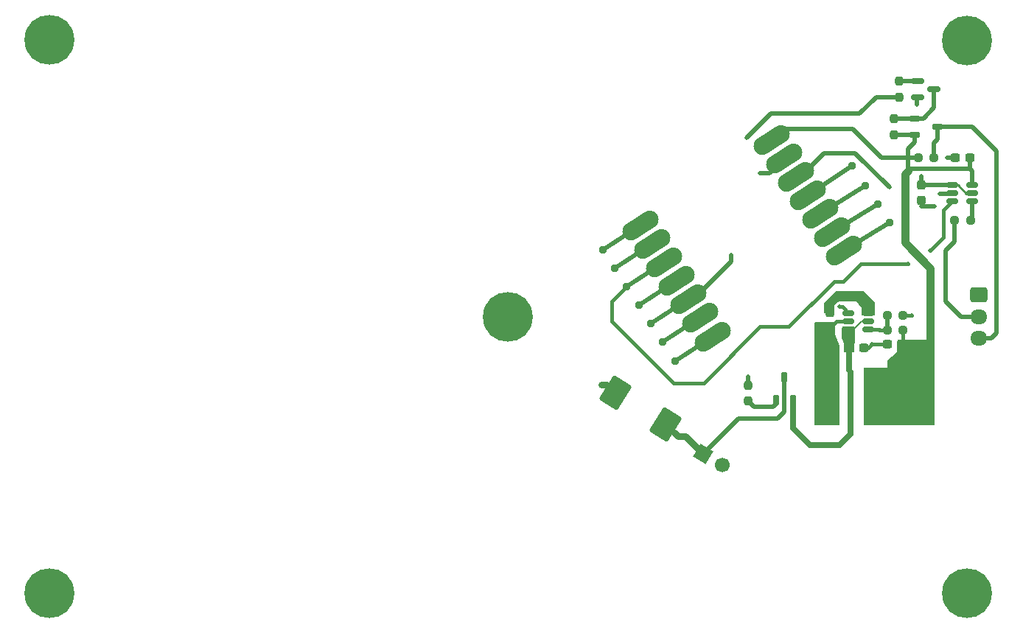
<source format=gbr>
%TF.GenerationSoftware,KiCad,Pcbnew,8.0.5*%
%TF.CreationDate,2025-03-21T14:04:30-04:00*%
%TF.ProjectId,rv_light,72765f6c-6967-4687-942e-6b696361645f,rev?*%
%TF.SameCoordinates,Original*%
%TF.FileFunction,Copper,L1,Top*%
%TF.FilePolarity,Positive*%
%FSLAX46Y46*%
G04 Gerber Fmt 4.6, Leading zero omitted, Abs format (unit mm)*
G04 Created by KiCad (PCBNEW 8.0.5) date 2025-03-21 14:04:30*
%MOMM*%
%LPD*%
G01*
G04 APERTURE LIST*
G04 Aperture macros list*
%AMRoundRect*
0 Rectangle with rounded corners*
0 $1 Rounding radius*
0 $2 $3 $4 $5 $6 $7 $8 $9 X,Y pos of 4 corners*
0 Add a 4 corners polygon primitive as box body*
4,1,4,$2,$3,$4,$5,$6,$7,$8,$9,$2,$3,0*
0 Add four circle primitives for the rounded corners*
1,1,$1+$1,$2,$3*
1,1,$1+$1,$4,$5*
1,1,$1+$1,$6,$7*
1,1,$1+$1,$8,$9*
0 Add four rect primitives between the rounded corners*
20,1,$1+$1,$2,$3,$4,$5,0*
20,1,$1+$1,$4,$5,$6,$7,0*
20,1,$1+$1,$6,$7,$8,$9,0*
20,1,$1+$1,$8,$9,$2,$3,0*%
%AMHorizOval*
0 Thick line with rounded ends*
0 $1 width*
0 $2 $3 position (X,Y) of the first rounded end (center of the circle)*
0 $4 $5 position (X,Y) of the second rounded end (center of the circle)*
0 Add line between two ends*
20,1,$1,$2,$3,$4,$5,0*
0 Add two circle primitives to create the rounded ends*
1,1,$1,$2,$3*
1,1,$1,$4,$5*%
%AMRotRect*
0 Rectangle, with rotation*
0 The origin of the aperture is its center*
0 $1 length*
0 $2 width*
0 $3 Rotation angle, in degrees counterclockwise*
0 Add horizontal line*
21,1,$1,$2,0,0,$3*%
G04 Aperture macros list end*
%TA.AperFunction,SMDPad,CuDef*%
%ADD10RoundRect,0.250000X0.106161X-1.717187X1.589935X0.657348X-0.106161X1.717187X-1.589935X-0.657348X0*%
%TD*%
%TA.AperFunction,SMDPad,CuDef*%
%ADD11R,2.850000X6.600000*%
%TD*%
%TA.AperFunction,SMDPad,CuDef*%
%ADD12RoundRect,0.237500X0.237500X-0.250000X0.237500X0.250000X-0.237500X0.250000X-0.237500X-0.250000X0*%
%TD*%
%TA.AperFunction,SMDPad,CuDef*%
%ADD13RoundRect,0.237500X0.250000X0.237500X-0.250000X0.237500X-0.250000X-0.237500X0.250000X-0.237500X0*%
%TD*%
%TA.AperFunction,SMDPad,CuDef*%
%ADD14RoundRect,0.237500X0.300000X0.237500X-0.300000X0.237500X-0.300000X-0.237500X0.300000X-0.237500X0*%
%TD*%
%TA.AperFunction,SMDPad,CuDef*%
%ADD15RoundRect,0.237500X-0.237500X0.300000X-0.237500X-0.300000X0.237500X-0.300000X0.237500X0.300000X0*%
%TD*%
%TA.AperFunction,SMDPad,CuDef*%
%ADD16RoundRect,0.237500X-0.300000X-0.237500X0.300000X-0.237500X0.300000X0.237500X-0.300000X0.237500X0*%
%TD*%
%TA.AperFunction,SMDPad,CuDef*%
%ADD17RoundRect,0.162500X0.162500X-0.447500X0.162500X0.447500X-0.162500X0.447500X-0.162500X-0.447500X0*%
%TD*%
%TA.AperFunction,SMDPad,CuDef*%
%ADD18RoundRect,0.162500X-0.447500X-0.162500X0.447500X-0.162500X0.447500X0.162500X-0.447500X0.162500X0*%
%TD*%
%TA.AperFunction,ComponentPad*%
%ADD19C,0.939800*%
%TD*%
%TA.AperFunction,ComponentPad*%
%ADD20C,5.715000*%
%TD*%
%TA.AperFunction,SMDPad,CuDef*%
%ADD21RoundRect,0.150000X-0.512500X-0.150000X0.512500X-0.150000X0.512500X0.150000X-0.512500X0.150000X0*%
%TD*%
%TA.AperFunction,WasherPad*%
%ADD22C,5.715000*%
%TD*%
%TA.AperFunction,ComponentPad*%
%ADD23RotRect,1.700000X1.700000X59.000000*%
%TD*%
%TA.AperFunction,ComponentPad*%
%ADD24HorizOval,1.700000X0.000000X0.000000X0.000000X0.000000X0*%
%TD*%
%TA.AperFunction,ComponentPad*%
%ADD25RoundRect,0.250000X-0.725000X0.600000X-0.725000X-0.600000X0.725000X-0.600000X0.725000X0.600000X0*%
%TD*%
%TA.AperFunction,ComponentPad*%
%ADD26O,1.950000X1.700000*%
%TD*%
%TA.AperFunction,SMDPad,CuDef*%
%ADD27RoundRect,1.016000X-1.065106X-0.691700X1.065117X0.691683X1.065106X0.691700X-1.065117X-0.691683X0*%
%TD*%
%TA.AperFunction,SMDPad,CuDef*%
%ADD28RoundRect,0.237500X-0.250000X-0.237500X0.250000X-0.237500X0.250000X0.237500X-0.250000X0.237500X0*%
%TD*%
%TA.AperFunction,SMDPad,CuDef*%
%ADD29RoundRect,0.237500X0.237500X-0.300000X0.237500X0.300000X-0.237500X0.300000X-0.237500X-0.300000X0*%
%TD*%
%TA.AperFunction,SMDPad,CuDef*%
%ADD30RoundRect,0.150000X-0.587500X-0.150000X0.587500X-0.150000X0.587500X0.150000X-0.587500X0.150000X0*%
%TD*%
%TA.AperFunction,ViaPad*%
%ADD31C,0.508000*%
%TD*%
%TA.AperFunction,Conductor*%
%ADD32C,0.381000*%
%TD*%
%TA.AperFunction,Conductor*%
%ADD33C,0.508000*%
%TD*%
%TA.AperFunction,Conductor*%
%ADD34C,0.762000*%
%TD*%
%TA.AperFunction,Conductor*%
%ADD35C,0.635000*%
%TD*%
%TA.AperFunction,Conductor*%
%ADD36C,0.889000*%
%TD*%
%TA.AperFunction,Conductor*%
%ADD37C,0.254000*%
%TD*%
%TA.AperFunction,Conductor*%
%ADD38C,0.152400*%
%TD*%
G04 APERTURE END LIST*
D10*
%TO.P,D26,1,A1*%
%TO.N,GND*%
X13626636Y19200725D03*
%TO.P,D26,2,A2*%
%TO.N,+12V*%
X19393364Y15597275D03*
%TD*%
D11*
%TO.P,L1,2,2*%
%TO.N,+5V*%
X43592000Y18796000D03*
%TO.P,L1,1,1*%
%TO.N,Net-(U1-SW)*%
X37942000Y18796000D03*
%TD*%
D12*
%TO.P,R8,1*%
%TO.N,LED_ENABLE*%
X46228000Y53189500D03*
%TO.P,R8,2*%
%TO.N,Net-(Q5-B)*%
X46228000Y55014500D03*
%TD*%
D13*
%TO.P,R6,1*%
%TO.N,LED_DATA_5V*%
X54379500Y38989000D03*
%TO.P,R6,2*%
%TO.N,Net-(J4-Pin_2)*%
X52554500Y38989000D03*
%TD*%
D12*
%TO.P,R4,1*%
%TO.N,+5V*%
X45593000Y48871500D03*
%TO.P,R4,2*%
%TO.N,Net-(Q3-G)*%
X45593000Y50696500D03*
%TD*%
D13*
%TO.P,R3,1*%
%TO.N,5V_LED*%
X50188500Y46228000D03*
%TO.P,R3,2*%
%TO.N,+5V*%
X48363500Y46228000D03*
%TD*%
D12*
%TO.P,R1,1*%
%TO.N,Net-(Q1-G)*%
X28829000Y18264500D03*
%TO.P,R1,2*%
%TO.N,GND*%
X28829000Y20089500D03*
%TD*%
D14*
%TO.P,C5,1*%
%TO.N,+5V*%
X46582500Y24765000D03*
%TO.P,C5,2*%
%TO.N,GND*%
X44857500Y24765000D03*
%TD*%
%TO.P,C4,1*%
%TO.N,+5V*%
X54329500Y46228000D03*
%TO.P,C4,2*%
%TO.N,GND*%
X52604500Y46228000D03*
%TD*%
D15*
%TO.P,C3,1*%
%TO.N,+3.3V*%
X48768000Y43065000D03*
%TO.P,C3,2*%
%TO.N,GND*%
X48768000Y41340000D03*
%TD*%
D16*
%TO.P,C1,1*%
%TO.N,Net-(Q1-S)*%
X40412500Y24384000D03*
%TO.P,C1,2*%
%TO.N,GND*%
X42137500Y24384000D03*
%TD*%
D17*
%TO.P,Q1,1,G*%
%TO.N,Net-(Q1-G)*%
X32070000Y18327782D03*
%TO.P,Q1,2,S*%
%TO.N,Net-(Q1-S)*%
X33970000Y18327782D03*
%TO.P,Q1,3,D*%
%TO.N,+12V*%
X33020000Y20947782D03*
%TD*%
D18*
%TO.P,Q3,1,G*%
%TO.N,Net-(Q3-G)*%
X47966000Y50734000D03*
%TO.P,Q3,2,S*%
%TO.N,+5V*%
X47966000Y48834000D03*
%TO.P,Q3,3,D*%
%TO.N,5V_LED*%
X50586000Y49784000D03*
%TD*%
D19*
%TO.P,TP11,1,1*%
%TO.N,Net-(U2-PA4_A1_D1)*%
X13517191Y33528060D03*
%TD*%
%TO.P,TP10,1,1*%
%TO.N,LED_DATA_3.3V*%
X14900577Y31397847D03*
%TD*%
%TO.P,TP9,1,1*%
%TO.N,Net-(U2-PB09_A7_D7_RX)*%
X45085000Y38735000D03*
%TD*%
%TO.P,TP8,1,1*%
%TO.N,Net-(U2-PA7_A8_D8_SCK)*%
X43711202Y40850464D03*
%TD*%
%TO.P,TP7,1,1*%
%TO.N,Net-(U2-PA5_A9_D9_MISO)*%
X42337405Y42965925D03*
%TD*%
%TO.P,TP6,1,1*%
%TO.N,Net-(U2-PA6_A10_D10_MOSI)*%
X40815685Y45309172D03*
%TD*%
%TO.P,TP5,1,1*%
%TO.N,Net-(U2-PB08_A6_D6_TX)*%
X20434109Y22876942D03*
%TD*%
%TO.P,TP4,1,1*%
%TO.N,Net-(U2-PA9_A5_D5_SCL)*%
X19050720Y25007164D03*
%TD*%
%TO.P,TP3,1,1*%
%TO.N,LED_ENABLE*%
X17667336Y27137396D03*
%TD*%
%TO.P,TP2,1,1*%
%TO.N,Net-(U2-PA11_A3_D3)*%
X16283958Y29267615D03*
%TD*%
%TO.P,TP1,1,1*%
%TO.N,Net-(U2-PA02_A0_D0)*%
X12133810Y35658282D03*
%TD*%
D20*
%TO.P,H3,1,1*%
%TO.N,GND*%
X53972221Y-3809637D03*
%TD*%
%TO.P,H2,1,1*%
%TO.N,GND*%
X53971113Y59698784D03*
%TD*%
D21*
%TO.P,U3,1,V_{CCA}*%
%TO.N,+3.3V*%
X52329500Y43114000D03*
%TO.P,U3,2,GND*%
%TO.N,GND*%
X52329500Y42164000D03*
%TO.P,U3,3,A*%
%TO.N,LED_DATA_3.3V*%
X52329500Y41214000D03*
%TO.P,U3,4,B*%
%TO.N,LED_DATA_5V*%
X54604500Y41214000D03*
%TO.P,U3,5,OE*%
%TO.N,+3.3V*%
X54604500Y42164000D03*
%TO.P,U3,6,V_{CCB}*%
%TO.N,+5V*%
X54604500Y43114000D03*
%TD*%
D22*
%TO.P,H1,*%
%TO.N,*%
X1266105Y27948781D03*
%TD*%
D13*
%TO.P,R2,2*%
%TO.N,Net-(U1-VFB)*%
X44807500Y26416000D03*
%TO.P,R2,1*%
%TO.N,+5V*%
X46632500Y26416000D03*
%TD*%
D20*
%TO.P,H4,1,1*%
%TO.N,GND*%
X-51438898Y-3801227D03*
%TD*%
D23*
%TO.P,J1,1,Pin_1*%
%TO.N,+12V*%
X23672112Y12213677D03*
D24*
%TO.P,J1,2,Pin_2*%
%TO.N,GND*%
X25849317Y10905480D03*
%TD*%
D25*
%TO.P,J4,1,Pin_1*%
%TO.N,GND*%
X55371998Y30440000D03*
D26*
%TO.P,J4,2,Pin_2*%
%TO.N,Net-(J4-Pin_2)*%
X55371998Y27940000D03*
%TO.P,J4,3,Pin_3*%
%TO.N,5V_LED*%
X55371998Y25440000D03*
%TD*%
D20*
%TO.P,H5,1,1*%
%TO.N,GND*%
X-51419685Y59727331D03*
%TD*%
D27*
%TO.P,U2,1,PA02_A0_D0*%
%TO.N,Net-(U2-PA02_A0_D0)*%
X16441438Y38441687D03*
%TO.P,U2,2,PA4_A1_D1*%
%TO.N,Net-(U2-PA4_A1_D1)*%
X17819483Y36319682D03*
%TO.P,U2,3,PA10_A2_D2*%
%TO.N,LED_DATA_3.3V*%
X19202867Y34189459D03*
%TO.P,U2,4,PA11_A3_D3*%
%TO.N,Net-(U2-PA11_A3_D3)*%
X20586250Y32059236D03*
%TO.P,U2,5,PA8_A4_D4_SDA*%
%TO.N,LED_ENABLE*%
X21969633Y29929013D03*
%TO.P,U2,6,PA9_A5_D5_SCL*%
%TO.N,Net-(U2-PA9_A5_D5_SCL)*%
X23353016Y27798789D03*
%TO.P,U2,7,PB08_A6_D6_TX*%
%TO.N,Net-(U2-PB08_A6_D6_TX)*%
X24736399Y25668566D03*
%TO.P,U2,8,PB09_A7_D7_RX*%
%TO.N,Net-(U2-PB09_A7_D7_RX)*%
X39882286Y35504420D03*
%TO.P,U2,9,PA7_A8_D8_SCK*%
%TO.N,Net-(U2-PA7_A8_D8_SCK)*%
X38498903Y37634644D03*
%TO.P,U2,10,PA5_A9_D9_MISO*%
%TO.N,Net-(U2-PA5_A9_D9_MISO)*%
X37115520Y39764867D03*
%TO.P,U2,11,PA6_A10_D10_MOSI*%
%TO.N,Net-(U2-PA6_A10_D10_MOSI)*%
X35732137Y41895090D03*
%TO.P,U2,12,3V3*%
%TO.N,+3.3V*%
X34348754Y44025313D03*
%TO.P,U2,13,GND*%
%TO.N,GND*%
X32965371Y46155537D03*
%TO.P,U2,14,5V*%
%TO.N,+5V*%
X31587325Y48277541D03*
%TD*%
D28*
%TO.P,R5,1*%
%TO.N,Net-(U1-VFB)*%
X44807500Y28067000D03*
%TO.P,R5,2*%
%TO.N,GND*%
X46632500Y28067000D03*
%TD*%
D21*
%TO.P,U1,6,VBST*%
%TO.N,Net-(U1-VBST)*%
X42661000Y28382000D03*
%TO.P,U1,5,EN*%
%TO.N,Net-(Q1-S)*%
X42661000Y27432000D03*
%TO.P,U1,4,VFB*%
%TO.N,Net-(U1-VFB)*%
X42661000Y26482000D03*
%TO.P,U1,3,VIN*%
%TO.N,Net-(Q1-S)*%
X40386000Y26482000D03*
%TO.P,U1,2,SW*%
%TO.N,Net-(U1-SW)*%
X40386000Y27432000D03*
%TO.P,U1,1,GND*%
%TO.N,GND*%
X40386000Y28382000D03*
%TD*%
D29*
%TO.P,C2,2*%
%TO.N,Net-(U1-VBST)*%
X38227000Y28421500D03*
%TO.P,C2,1*%
%TO.N,Net-(U1-SW)*%
X38227000Y26696500D03*
%TD*%
D30*
%TO.P,Q5,1,B*%
%TO.N,Net-(Q5-B)*%
X48338500Y55052000D03*
%TO.P,Q5,2,E*%
%TO.N,GND*%
X48338500Y53152000D03*
%TO.P,Q5,3,C*%
%TO.N,Net-(Q3-G)*%
X50213500Y54102000D03*
%TD*%
D31*
%TO.N,+3.3V*%
X48768000Y44069000D03*
X45085000Y42799000D03*
%TO.N,GND*%
X50292000Y40640000D03*
X28829000Y21082000D03*
X39370000Y29083000D03*
X51689000Y46228000D03*
X48260000Y52324000D03*
X11986412Y20147355D03*
X30226000Y44450000D03*
X50866000Y42098000D03*
X47625000Y28067000D03*
X43026500Y24765000D03*
%TO.N,LED_DATA_3.3V*%
X47244000Y34036000D03*
X49784000Y35560000D03*
%TO.N,LED_ENABLE*%
X28702000Y48514000D03*
X26924000Y35052000D03*
%TD*%
D32*
%TO.N,Net-(U1-SW)*%
X38962500Y27432000D02*
X40386000Y27432000D01*
X38227000Y26696500D02*
X38962500Y27432000D01*
D33*
X38227000Y25400000D02*
X38227000Y26696500D01*
X37973000Y25146000D02*
X38227000Y25400000D01*
X37973000Y18319000D02*
X37973000Y25146000D01*
X37942000Y18288000D02*
X37973000Y18319000D01*
D32*
%TO.N,+5V*%
X46632500Y24815000D02*
X46632500Y26416000D01*
X46582500Y24765000D02*
X46632500Y24815000D01*
%TO.N,GND*%
X47625000Y28067000D02*
X46632500Y28067000D01*
%TO.N,Net-(U1-VFB)*%
X44807500Y26416000D02*
X43942000Y26416000D01*
D33*
X44807500Y26416000D02*
X44807500Y28067000D01*
D32*
X43942000Y26416000D02*
X43876000Y26482000D01*
X43876000Y26482000D02*
X42661000Y26482000D01*
D33*
%TO.N,LED_ENABLE*%
X31496000Y51308000D02*
X28702000Y48514000D01*
X43537500Y53189500D02*
X41656000Y51308000D01*
X41656000Y51308000D02*
X31496000Y51308000D01*
X46228000Y53189500D02*
X43537500Y53189500D01*
D32*
%TO.N,LED_DATA_3.3V*%
X13208000Y29705270D02*
X14900577Y31397847D01*
X13208000Y27432000D02*
X13208000Y29705270D01*
X20320000Y20320000D02*
X13208000Y27432000D01*
X23749000Y20320000D02*
X20320000Y20320000D01*
X38735000Y32004000D02*
X33528000Y26797000D01*
X33528000Y26797000D02*
X30226000Y26797000D01*
X39751000Y32004000D02*
X38735000Y32004000D01*
X41783000Y34036000D02*
X39751000Y32004000D01*
X47244000Y34036000D02*
X41783000Y34036000D01*
X30226000Y26797000D02*
X23749000Y20320000D01*
D34*
%TO.N,+12V*%
X20766639Y14224000D02*
X19393364Y15597275D01*
X21661789Y14224000D02*
X20766639Y14224000D01*
X23672112Y12213677D02*
X21661789Y14224000D01*
D32*
%TO.N,Net-(U1-VBST)*%
X39497000Y30353000D02*
X38227000Y29083000D01*
X42661000Y29321500D02*
X41629500Y30353000D01*
X41629500Y30353000D02*
X39497000Y30353000D01*
X42661000Y28382000D02*
X42661000Y29321500D01*
X38227000Y29083000D02*
X38227000Y28929500D01*
D33*
%TO.N,+12V*%
X32258000Y16256000D02*
X27714435Y16256000D01*
X33020000Y17018000D02*
X32258000Y16256000D01*
X27714435Y16256000D02*
X23672112Y12213677D01*
X33020000Y21347782D02*
X33020000Y17018000D01*
%TO.N,+5V*%
X54604500Y44683000D02*
X54604500Y43114000D01*
X54329500Y44958000D02*
X54604500Y44683000D01*
X54329500Y46228000D02*
X54329500Y44958000D01*
X47498000Y44958000D02*
X54329500Y44958000D01*
X47244000Y44704000D02*
X47498000Y44958000D01*
D35*
%TO.N,Net-(Q1-S)*%
X33970000Y15179000D02*
X33970000Y17927782D01*
X35941000Y13208000D02*
X33970000Y15179000D01*
X39370000Y13208000D02*
X35941000Y13208000D01*
X40640000Y14478000D02*
X39370000Y13208000D01*
X40640000Y21568500D02*
X40640000Y14478000D01*
D32*
X40412500Y26455500D02*
X40386000Y26482000D01*
D35*
X40412500Y21796000D02*
X40640000Y21568500D01*
X40412500Y24384000D02*
X40412500Y21796000D01*
D32*
X40412500Y24384000D02*
X40412500Y26455500D01*
%TO.N,GND*%
X42645500Y24384000D02*
X42137500Y24384000D01*
X43026500Y24765000D02*
X42645500Y24384000D01*
D33*
%TO.N,Net-(J4-Pin_2)*%
X52554500Y36552500D02*
X52554500Y38989000D01*
X51568999Y35566999D02*
X52554500Y36552500D01*
X55372000Y27940000D02*
X53340000Y27940000D01*
X53340000Y27940000D02*
X51568999Y29711001D01*
X55372002Y27940002D02*
X55372000Y27940000D01*
X51568999Y29711001D02*
X51568999Y35566999D01*
D32*
%TO.N,LED_DATA_3.3V*%
X51308000Y37084000D02*
X49784000Y35560000D01*
X51308000Y40192500D02*
X51308000Y37084000D01*
X52329500Y41214000D02*
X51308000Y40192500D01*
D33*
%TO.N,LED_DATA_5V*%
X54604500Y39214000D02*
X54379500Y38989000D01*
X54604500Y41214000D02*
X54604500Y39214000D01*
%TO.N,5V_LED*%
X57404000Y46990000D02*
X54610000Y49784000D01*
X57404000Y26055003D02*
X57404000Y46990000D01*
X56788995Y25439998D02*
X57404000Y26055003D01*
X54610000Y49784000D02*
X50586000Y49784000D01*
X55371993Y25439998D02*
X56788995Y25439998D01*
%TO.N,+3.3V*%
X52307000Y43065000D02*
X52324000Y43048000D01*
X48768000Y43065000D02*
X52307000Y43065000D01*
X48768000Y44069000D02*
X48768000Y43065000D01*
D36*
%TO.N,+5V*%
X49784000Y33528000D02*
X46863000Y36449000D01*
X49784000Y25019000D02*
X49784000Y33528000D01*
X49530000Y24765000D02*
X49784000Y25019000D01*
X46863000Y44323000D02*
X47244000Y44704000D01*
X46582500Y24765000D02*
X49530000Y24765000D01*
X46863000Y36449000D02*
X46863000Y44323000D01*
D33*
%TO.N,+3.3V*%
X34881310Y44025310D02*
X34348765Y44025310D01*
X41148000Y46736000D02*
X37592000Y46736000D01*
X37592000Y46736000D02*
X34881310Y44025310D01*
X45085000Y42799000D02*
X41148000Y46736000D01*
%TO.N,5V_LED*%
X50586000Y48300000D02*
X50586000Y49784000D01*
X50188500Y47902500D02*
X50586000Y48300000D01*
X50188500Y46228000D02*
X50188500Y47902500D01*
%TO.N,+5V*%
X47244000Y46228000D02*
X48363500Y46228000D01*
%TO.N,GND*%
X51689000Y46228000D02*
X52604500Y46228000D01*
%TO.N,Net-(Q3-G)*%
X48956000Y50734000D02*
X47966000Y50734000D01*
X50213500Y51991500D02*
X48956000Y50734000D01*
X50213500Y54102000D02*
X50213500Y51991500D01*
%TO.N,Net-(Q5-B)*%
X48338500Y55052000D02*
X46265500Y55052000D01*
X46265500Y55052000D02*
X46228000Y55014500D01*
%TO.N,GND*%
X48260000Y52324000D02*
X48260000Y53073500D01*
X48260000Y53073500D02*
X48338500Y53152000D01*
%TO.N,+5V*%
X45630500Y48834000D02*
X45593000Y48871500D01*
X47966000Y48834000D02*
X45630500Y48834000D01*
%TO.N,Net-(Q3-G)*%
X45630500Y50734000D02*
X45593000Y50696500D01*
X47966000Y50734000D02*
X45630500Y50734000D01*
%TO.N,+5V*%
X47244000Y47244000D02*
X47244000Y46228000D01*
X47966000Y47966000D02*
X47244000Y47244000D01*
X47966000Y48834000D02*
X47966000Y47966000D01*
X47244000Y44704000D02*
X47244000Y46228000D01*
X45720000Y46228000D02*
X47244000Y46228000D01*
X45693999Y46201999D02*
X45720000Y46228000D01*
X40867999Y49530000D02*
X44196000Y46201999D01*
X32839772Y49530000D02*
X40867999Y49530000D01*
X31587321Y48277549D02*
X32839772Y49530000D01*
X44196000Y46201999D02*
X45693999Y46201999D01*
X45720000Y18288000D02*
X43592000Y18288000D01*
X46582500Y19150500D02*
X45720000Y18288000D01*
X46582500Y24765000D02*
X46582500Y19150500D01*
D32*
%TO.N,GND*%
X44857500Y24765000D02*
X43026500Y24765000D01*
%TO.N,Net-(U1-SW)*%
X37942000Y18288000D02*
X37942000Y20141000D01*
D33*
%TO.N,GND*%
X28829000Y21082000D02*
X28829000Y20089500D01*
%TO.N,Net-(Q1-G)*%
X31722000Y17579782D02*
X32070000Y17927782D01*
X29513718Y17579782D02*
X31722000Y17579782D01*
X28829000Y18264500D02*
X29513718Y17579782D01*
%TO.N,GND*%
X30226000Y44450000D02*
X31259839Y44450000D01*
X31259839Y44450000D02*
X32965372Y46155533D01*
D32*
X39685000Y29083000D02*
X40386000Y28382000D01*
D33*
X48768000Y40640000D02*
X50292000Y40640000D01*
D32*
X39370000Y29083000D02*
X39685000Y29083000D01*
D33*
X50866000Y42098000D02*
X52324000Y42098000D01*
D37*
%TO.N,+3.3V*%
X53914000Y42098000D02*
X52964000Y43048000D01*
X52964000Y43048000D02*
X52324000Y43048000D01*
X54599000Y42098000D02*
X53914000Y42098000D01*
D38*
%TO.N,Net-(Q1-S)*%
X40960000Y26482000D02*
X41910000Y27432000D01*
D33*
X33970000Y17927782D02*
X34036000Y17993782D01*
D38*
X40386000Y26482000D02*
X40960000Y26482000D01*
X41910000Y27432000D02*
X42661000Y27432000D01*
D33*
%TO.N,LED_DATA_3.3V*%
X14900577Y31397847D02*
X19202869Y34189459D01*
%TO.N,LED_ENABLE*%
X26924000Y35052000D02*
X26924000Y34290000D01*
X26924000Y34290000D02*
X22563013Y29929013D01*
X22563013Y29929013D02*
X21969637Y29929013D01*
X17667336Y27137396D02*
X21969637Y29929013D01*
%TO.N,Net-(U2-PA02_A0_D0)*%
X12133810Y35658282D02*
X16441432Y38441682D01*
%TO.N,Net-(U2-PA11_A3_D3)*%
X16283958Y29267615D02*
X20586249Y32059239D01*
%TO.N,Net-(U2-PA9_A5_D5_SCL)*%
X19050720Y25007164D02*
X23353015Y27798784D01*
%TO.N,Net-(U2-PB08_A6_D6_TX)*%
X20434109Y22876942D02*
X24736391Y25668566D01*
%TO.N,Net-(U2-PA6_A10_D10_MOSI)*%
X40815685Y45309172D02*
X35732137Y41895094D01*
%TO.N,Net-(U2-PA5_A9_D9_MISO)*%
X42337405Y42965925D02*
X37115516Y39764866D01*
%TO.N,Net-(U2-PA7_A8_D8_SCK)*%
X43711202Y40850464D02*
X38498904Y37634640D01*
%TO.N,Net-(U2-PB09_A7_D7_RX)*%
X45085000Y38735000D02*
X39882279Y35504426D01*
%TO.N,Net-(U2-PA4_A1_D1)*%
X13517191Y33528060D02*
X17819481Y36319679D01*
D34*
%TO.N,GND*%
X12618645Y20147355D02*
X11986412Y20147355D01*
X13589000Y19177000D02*
X12618645Y20147355D01*
%TD*%
%TA.AperFunction,Conductor*%
%TO.N,Net-(U1-SW)*%
G36*
X38804121Y27284998D02*
G01*
X38850614Y27231342D01*
X38862000Y27179000D01*
X38862000Y25907997D01*
X39360988Y24660529D01*
X39370000Y24613734D01*
X39370000Y22097000D01*
X39349998Y22028879D01*
X39296342Y21982386D01*
X39244000Y21971000D01*
X36575000Y21971000D01*
X36506879Y21991002D01*
X36460386Y22044658D01*
X36449000Y22097000D01*
X36449000Y27179000D01*
X36469002Y27247121D01*
X36522658Y27293614D01*
X36575000Y27305000D01*
X38736000Y27305000D01*
X38804121Y27284998D01*
G37*
%TD.AperFunction*%
%TD*%
%TA.AperFunction,Conductor*%
%TO.N,Net-(U1-VBST)*%
G36*
X42179931Y30840998D02*
G01*
X42200905Y30824095D01*
X43397095Y29627905D01*
X43431121Y29565593D01*
X43434000Y29538810D01*
X43434000Y28193000D01*
X43413998Y28124879D01*
X43360342Y28078386D01*
X43308000Y28067000D01*
X42036000Y28067000D01*
X41967879Y28087002D01*
X41921386Y28140658D01*
X41910000Y28193000D01*
X41910000Y28955998D01*
X41910000Y28956000D01*
X41275000Y29718000D01*
X39370000Y29718000D01*
X39369998Y29717999D01*
X38735000Y29337000D01*
X38735000Y28447000D01*
X38714998Y28378879D01*
X38661342Y28332386D01*
X38609000Y28321000D01*
X37718000Y28321000D01*
X37649879Y28341002D01*
X37603386Y28394658D01*
X37592000Y28447000D01*
X37592000Y29538810D01*
X37612002Y29606931D01*
X37628905Y29627905D01*
X38825095Y30824095D01*
X38887407Y30858121D01*
X38914190Y30861000D01*
X42111810Y30861000D01*
X42179931Y30840998D01*
G37*
%TD.AperFunction*%
%TD*%
%TA.AperFunction,Conductor*%
%TO.N,Net-(Q1-S)*%
G36*
X41090121Y26776998D02*
G01*
X41136614Y26723342D01*
X41148000Y26671000D01*
X41148000Y25071190D01*
X41127998Y25003069D01*
X41111099Y24982099D01*
X41021000Y24892000D01*
X41021000Y24891999D01*
X41021000Y24002000D01*
X41000998Y23933879D01*
X40947342Y23887386D01*
X40895000Y23876000D01*
X40004000Y23876000D01*
X39935879Y23896002D01*
X39889386Y23949658D01*
X39878000Y24002000D01*
X39878000Y24891998D01*
X39878000Y24891999D01*
X39878000Y24892000D01*
X39637302Y25373396D01*
X39624000Y25429745D01*
X39624000Y26671000D01*
X39644002Y26739121D01*
X39697658Y26785614D01*
X39750000Y26797000D01*
X41022000Y26797000D01*
X41090121Y26776998D01*
G37*
%TD.AperFunction*%
%TD*%
%TA.AperFunction,Conductor*%
%TO.N,+5V*%
G36*
X50234121Y25252998D02*
G01*
X50280614Y25199342D01*
X50292000Y25147000D01*
X50292000Y15620000D01*
X50271998Y15551879D01*
X50218342Y15505386D01*
X50166000Y15494000D01*
X44957000Y15494000D01*
X44888879Y15514002D01*
X44842386Y15567658D01*
X44831000Y15620000D01*
X44831000Y22803417D01*
X44851002Y22871538D01*
X44873290Y22897591D01*
X45974000Y23876000D01*
X45974000Y25147000D01*
X45994002Y25215121D01*
X46047658Y25261614D01*
X46100000Y25273000D01*
X50166000Y25273000D01*
X50234121Y25252998D01*
G37*
%TD.AperFunction*%
%TD*%
M02*

</source>
